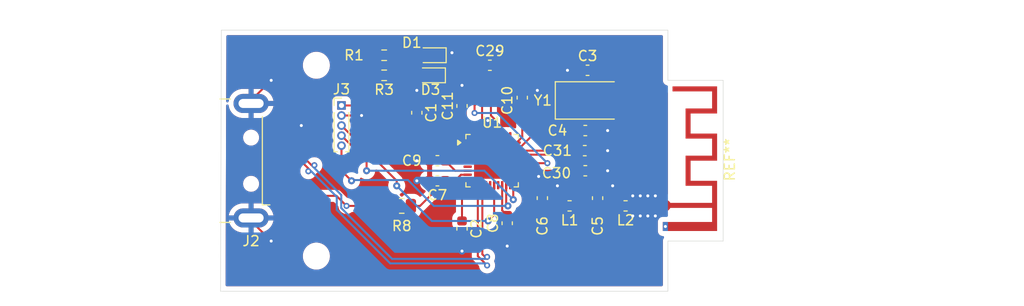
<source format=kicad_pcb>
(kicad_pcb (version 20241229) (generator "pcbnew") (generator_version "9.0")
  (layers (0 "F.Cu" signal) (2 "B.Cu" power) (13 "F.Paste" user) (15 "B.Paste" user) (5 "F.SilkS" user "F.Silkscreen") (7 "B.SilkS" user "B.Silkscreen") (1 "F.Mask" user) (3 "B.Mask" user) (25 "Edge.Cuts" user))
  (net 0 "")
  (net 1 "Net-(U1-DEC1)")
  (net 2 "GND")
  (net 3 "Net-(U1-DECUSB)")
  (net 4 "Net-(U1-XC2)")
  (net 5 "Net-(U1-XC1)")
  (net 6 "Net-(C5-Pad2)")
  (net 7 "Net-(U1-ANT)")
  (net 8 "VDD_nRF")
  (net 9 "Net-(U1-VBUS)")
  (net 10 "DEC4")
  (net 11 "DEC3")
  (net 12 "Net-(J3-Pin_4)")
  (net 13 "VBUS")
  (net 14 "Net-(J3-Pin_5)")
  (net 15 "Net-(J3-Pin_3)")
  (net 16 "ANT")
  (net 33 "D+")
  (net 34 "D-")
  (net 35 "Net-(D3-K)")
  (net 36 "Net-(D1-A)")
  (net 37 "Net-(D3-A)")
  (footprint "Capacitor_SMD:C_0603_1608Metric" (layer "F.Cu") (at 162 73.225 -90)
    (property "Reference" "C5" (at 2.775 0 90) (layer "F.SilkS"))
    (property "Value" "1.2pF")
    (fp_line (start -0.14058 0.51) (end 0.14058 0.51) (stroke (width 0.12)) (layer "F.SilkS"))
    (fp_line (start -0.14058 -0.51) (end 0.14058 -0.51) (stroke (width 0.12)) (layer "F.SilkS"))
    (pad "1" smd roundrect (at -0.775 0 270) (size 0.9 0.95) (layers "F.Cu" "F.Mask" "F.Paste") (net 2 "GND"))
    (pad "2" smd roundrect (at 0.775 0 270) (size 0.9 0.95) (layers "F.Cu" "F.Mask" "F.Paste") (net 6 "Net-(C5-Pad2)"))
  )
  (footprint "Connector_USB:USB_A_CNCTech_1001-011-01101_Horizontal" (layer "F.Cu") (at 120.6 69.5 180)
    (property "Reference" "J2" (at -6.9 -8 0) (layer "F.SilkS"))
    (property "Value" "USB_A")
    (fp_line (start -4.85 6.145) (end -3.8 6.145) (stroke (width 0.12)) (layer "F.SilkS"))
    (fp_line (start -4.85 -6.145) (end -3.8 -6.145) (stroke (width 0.12)) (layer "F.SilkS"))
    (fp_line (start -8.02 -4.4) (end -8.02 4.4) (stroke (width 0.12)) (layer "F.SilkS"))
    (fp_line (start -8.02 -4.4) (end -8.775 -4.4) (stroke (width 0.12)) (layer "F.SilkS"))
    (pad "" np_thru_hole circle (at -6.9 -2.3 180) (size 1.1 1.1) (drill 1.1) (layers "*.Cu" "*.Mask"))
    (pad "" np_thru_hole circle (at -6.9 2.3 180) (size 1.1 1.1) (drill 1.1) (layers "*.Cu" "*.Mask"))
    (pad "1" smd rect (at -9.65 -3.5 180) (size 2.5 1.1) (layers "F.Cu" "F.Mask" "F.Paste") (net 13 "VBUS"))
    (pad "2" smd rect (at -9.65 -1 180) (size 2.5 1.1) (layers "F.Cu" "F.Mask" "F.Paste") (net 34 "D-"))
    (pad "3" smd rect (at -9.65 1 180) (size 2.5 1.1) (layers "F.Cu" "F.Mask" "F.Paste") (net 33 "D+"))
    (pad "4" smd rect (at -9.65 3.5 180) (size 2.5 1.1) (layers "F.Cu" "F.Mask" "F.Paste") (net 2 "GND"))
    (pad "5" thru_hole oval (at -6.9 -5.7 180) (size 3.5 1.9) (drill oval 2.5 0.9) (property pad_prop_heatsink) (layers "*.Cu" "*.Mask") (net 2 "GND"))
    (pad "5" thru_hole oval (at -6.9 5.7 180) (size 3.5 1.9) (drill oval 2.5 0.9) (property pad_prop_heatsink) (layers "*.Cu" "*.Mask") (net 2 "GND"))
  )
  (footprint "Connector_PinHeader_1.00mm:PinHeader_1x05_P1.00mm_Vertical" (layer "F.Cu") (at 136.5 64)
    (property "Reference" "J3" (at 0 -1.61 0) (layer "F.SilkS"))
    (property "Value" "Conn_01x05_Pin")
    (fp_line (start -0.745 -0.735) (end 0 -0.735) (stroke (width 0.12)) (layer "F.SilkS"))
    (fp_line (start -0.745 0) (end -0.745 -0.735) (stroke (width 0.12)) (layer "F.SilkS"))
    (fp_line (start -0.745 0.735) (end -0.745 4.61) (stroke (width 0.12)) (layer "F.SilkS"))
    (fp_line (start -0.745 0.735) (end -0.685565 0.735) (stroke (width 0.12)) (layer "F.SilkS"))
    (fp_line (start -0.745 4.61) (end -0.41003 4.61) (stroke (width 0.12)) (layer "F.SilkS"))
    (fp_line (start 0.41003 4.61) (end 0.745 4.61) (stroke (width 0.12)) (layer "F.SilkS"))
    (fp_line (start 0.685565 0.735) (end 0.745 0.735) (stroke (width 0.12)) (layer "F.SilkS"))
    (fp_line (start 0.745 0.735) (end 0.745 4.61) (stroke (width 0.12)) (layer "F.SilkS"))
    (pad "1" thru_hole rect (at 0 0) (size 0.85 0.85) (drill 0.5) (layers "*.Cu" "*.Mask") (net 8 "VDD_nRF"))
    (pad "2" thru_hole circle (at 0 1) (size 0.85 0.85) (drill 0.5) (layers "*.Cu" "*.Mask") (net 2 "GND"))
    (pad "3" thru_hole circle (at 0 2) (size 0.85 0.85) (drill 0.5) (layers "*.Cu" "*.Mask") (net 15 "Net-(J3-Pin_3)"))
    (pad "4" thru_hole circle (at 0 3) (size 0.85 0.85) (drill 0.5) (layers "*.Cu" "*.Mask") (net 12 "Net-(J3-Pin_4)"))
    (pad "5" thru_hole circle (at 0 4) (size 0.85 0.85) (drill 0.5) (layers "*.Cu" "*.Mask") (net 14 "Net-(J3-Pin_5)"))
  )
  (footprint "Resistor_SMD:R_0805_2012Metric" (layer "F.Cu") (at 142.5 74 180)
    (property "Reference" "R8" (at 0 -2 0) (layer "F.SilkS"))
    (property "Value" "2R2")
    (fp_line (start -0.227064 0.735) (end 0.227064 0.735) (stroke (width 0.12)) (layer "F.SilkS"))
    (fp_line (start -0.227064 -0.735) (end 0.227064 -0.735) (stroke (width 0.12)) (layer "F.SilkS"))
    (pad "1" smd roundrect (at -0.9125 0 180) (size 1.025 1.4) (layers "F.Cu" "F.Mask" "F.Paste") (roundrect_rratio 0.243902) (net 9 "Net-(U1-VBUS)"))
    (pad "2" smd roundrect (at 0.9125 0 180) (size 1.025 1.4) (layers "F.Cu" "F.Mask" "F.Paste") (roundrect_rratio 0.243902) (net 13 "VBUS"))
  )
  (footprint "Capacitor_SMD:C_0603_1608Metric" (layer "F.Cu") (at 156.5 73.225 -90)
    (property "Reference" "C6" (at 2.775 0 90) (layer "F.SilkS"))
    (property "Value" "1.0pF")
    (fp_line (start -0.14058 0.51) (end 0.14058 0.51) (stroke (width 0.12)) (layer "F.SilkS"))
    (fp_line (start -0.14058 -0.51) (end 0.14058 -0.51) (stroke (width 0.12)) (layer "F.SilkS"))
    (pad "1" smd roundrect (at -0.775 0 270) (size 0.9 0.95) (layers "F.Cu" "F.Mask" "F.Paste") (net 2 "GND"))
    (pad "2" smd roundrect (at 0.775 0 270) (size 0.9 0.95) (layers "F.Cu" "F.Mask" "F.Paste") (net 7 "Net-(U1-ANT)"))
  )
  (footprint "Capacitor_SMD:C_0603_1608Metric" (layer "F.Cu") (at 160.775 66.5 180)
    (property "Reference" "C4" (at 2.775 0 180) (layer "F.SilkS"))
    (property "Value" "12pF")
    (fp_line (start -0.14058 0.51) (end 0.14058 0.51) (stroke (width 0.12)) (layer "F.SilkS"))
    (fp_line (start -0.14058 -0.51) (end 0.14058 -0.51) (stroke (width 0.12)) (layer "F.SilkS"))
    (pad "1" smd roundrect (at -0.775 0 180) (size 0.9 0.95) (layers "F.Cu" "F.Mask" "F.Paste") (net 2 "GND"))
    (pad "2" smd roundrect (at 0.775 0 180) (size 0.9 0.95) (layers "F.Cu" "F.Mask" "F.Paste") (net 5 "Net-(U1-XC1)"))
  )
  (footprint "Capacitor_SMD:C_0603_1608Metric" (layer "F.Cu") (at 148.5 76.275 -90)
    (property "Reference" "C2" (at 0 -1.43 90) (layer "F.SilkS"))
    (property "Value" "4.7uF")
    (fp_line (start -0.14058 0.51) (end 0.14058 0.51) (stroke (width 0.12)) (layer "F.SilkS"))
    (fp_line (start -0.14058 -0.51) (end 0.14058 -0.51) (stroke (width 0.12)) (layer "F.SilkS"))
    (pad "1" smd roundrect (at -0.775 0 270) (size 0.9 0.95) (layers "F.Cu" "F.Mask" "F.Paste") (net 3 "Net-(U1-DECUSB)"))
    (pad "2" smd roundrect (at 0.775 0 270) (size 0.9 0.95) (layers "F.Cu" "F.Mask" "F.Paste") (net 2 "GND"))
  )
  (footprint "RF_Antenna:Texas_SWRA117D_2.4GHz_Left" (layer "F.Cu") (at 168.75 73.95 -90)
    (property "Reference" "REF**" (at -4.55 -6.41 90) (layer "F.SilkS"))
    (property "Value" "Texas_SWRA117D_2.4GHz_Left")
    (fp_poly (pts (xy -2.45 -2.51) (xy -4.45 -2.51) (xy -4.45 -5.15) (xy -7.15 -5.15) (xy -7.15 -2.51) (xy -9.15 -2.51) (xy -9.15 -5.15) (xy -11.85 -5.15) (xy -11.85 -0.71) (xy -11.35 -0.71) (xy -11.35 -4.65) (xy -9.65 -4.65) (xy -9.65 -2.01) (xy -6.65 -2.01) (xy -6.65 -4.65) (xy -4.95 -4.65) (xy -4.95 -2.01) (xy -1.95 -2.01) (xy -1.95 -4.65) (xy -0.25 -4.65) (xy -0.25 0.25) (xy 0.25 0.25) (xy 0.25 -4.65) (xy 1.65 -4.65) (xy 1.65 0.25) (xy 2.55 0.25) (xy 2.55 0.006785) (xy 2.247583 0.006785) (xy 2.237742 0.054395) (xy 2.213674 0.096797) (xy 2.175731 0.129581) (xy 2.167819 0.133935) (xy 2.125156 0.146043) (xy 2.076637 0.1453) (xy 2.031122 0.1324) (xy 2.012511 0.121787) (xy 1.978868 0.086553) (xy 1.958309 0.041368) (xy 1.951778 -0.008158) (xy 1.960218 -0.056417) (xy 1.977112 -0.088643) (xy 2.012372 -0.121313) (xy 2.057682 -0.141408) (xy 2.107267 -0.147982) (xy 2.155353 -0.140092) (xy 2.188245 -0.123186) (xy 2.223185 -0.086416) (xy 2.242847 -0.041622) (xy 2.247583 0.006785) (xy 2.55 0.006785) (xy 2.55 -5.15) (xy -2.45 -5.15) (xy -2.45 -2.51)) (fill yes) (layer "F.Cu"))
    (pad "1" connect rect (at 0 0 270) (size 0.5 0.5) (layers "F.Cu") (net 16 "ANT"))
    (pad "2" thru_hole rect (at 2.1 0 270) (size 0.9 0.5) (drill 0.3) (layers "*.Cu"))
  )
  (footprint "LED_SMD:LED_0603_1608Metric" (layer "F.Cu") (at 145.3625 61 180)
    (property "Reference" "D3" (at 0 -1.43 0) (layer "F.SilkS"))
    (property "Value" "LED")
    (fp_line (start 0.8 -0.735) (end -1.485 -0.735) (stroke (width 0.12)) (layer "F.SilkS"))
    (fp_line (start -1.485 0.735) (end 0.8 0.735) (stroke (width 0.12)) (layer "F.SilkS"))
    (fp_line (start -1.485 -0.735) (end -1.485 0.735) (stroke (width 0.12)) (layer "F.SilkS"))
    (pad "1" smd roundrect (at -0.7875 0 180) (size 0.875 0.95) (layers "F.Cu" "F.Mask" "F.Paste") (net 35 "Net-(D3-K)"))
    (pad "2" smd roundrect (at 0.7875 0 180) (size 0.875 0.95) (layers "F.Cu" "F.Mask" "F.Paste") (net 37 "Net-(D3-A)"))
  )
  (footprint "Capacitor_SMD:C_0603_1608Metric" (layer "F.Cu") (at 146.05 69.5 180)
    (property "Reference" "C9" (at 2.55 0 180) (layer "F.SilkS"))
    (property "Value" "4.7uF")
    (fp_line (start -0.14058 0.51) (end 0.14058 0.51) (stroke (width 0.12)) (layer "F.SilkS"))
    (fp_line (start -0.14058 -0.51) (end 0.14058 -0.51) (stroke (width 0.12)) (layer "F.SilkS"))
    (pad "1" smd roundrect (at -0.775 0 180) (size 0.9 0.95) (layers "F.Cu" "F.Mask" "F.Paste") (net 8 "VDD_nRF"))
    (pad "2" smd roundrect (at 0.775 0 180) (size 0.9 0.95) (layers "F.Cu" "F.Mask" "F.Paste") (net 2 "GND"))
  )
  (footprint "Package_DFN_QFN:QFN-40-1EP_5x5mm_P0.4mm_EP3.6x3.6mm" (layer "F.Cu") (at 151.5 69.5)
    (property "Reference" "U1" (at 0 -3.8 0) (layer "F.SilkS"))
    (property "Value" "nRF52833_QDxx")
    (fp_line (start -2.61 -2.61) (end -2.185 -2.61) (stroke (width 0.12)) (layer "F.SilkS"))
    (fp_line (start -2.61 -2.185) (end -2.61 -2.61) (stroke (width 0.12)) (layer "F.SilkS"))
    (fp_line (start -2.61 2.61) (end -2.61 2.185) (stroke (width 0.12)) (layer "F.SilkS"))
    (fp_line (start -2.185 2.61) (end -2.61 2.61) (stroke (width 0.12)) (layer "F.SilkS"))
    (fp_line (start 2.185 -2.61) (end 2.61 -2.61) (stroke (width 0.12)) (layer "F.SilkS"))
    (fp_line (start 2.61 -2.61) (end 2.61 -2.185) (stroke (width 0.12)) (layer "F.SilkS"))
    (fp_line (start 2.61 2.185) (end 2.61 2.61) (stroke (width 0.12)) (layer "F.SilkS"))
    (fp_line (start 2.61 2.61) (end 2.185 2.61) (stroke (width 0.12)) (layer "F.SilkS"))
    (fp_poly (pts (xy -3.11 -1.8) (xy -3.44 -1.56) (xy -3.44 -2.04)) (stroke (width 0.12)) (fill yes) (layer "F.SilkS"))
    (pad "1" smd roundrect (at -2.4375 -1.8) (size 0.825 0.25) (layers "F.Cu" "F.Mask" "F.Paste") (net 1 "Net-(U1-DEC1)"))
    (pad "2" smd roundrect (at -2.4375 -1.4) (size 0.825 0.25) (layers "F.Cu" "F.Mask" "F.Paste"))
    (pad "3" smd roundrect (at -2.4375 -1) (size 0.825 0.25) (layers "F.Cu" "F.Mask" "F.Paste"))
    (pad "4" smd roundrect (at -2.4375 -0.6) (size 0.825 0.25) (layers "F.Cu" "F.Mask" "F.Paste"))
    (pad "5" smd roundrect (at -2.4375 -0.2) (size 0.825 0.25) (layers "F.Cu" "F.Mask" "F.Paste"))
    (pad "6" smd roundrect (at -2.4375 0.2) (size 0.825 0.25) (layers "F.Cu" "F.Mask" "F.Paste"))
    (pad "7" smd roundrect (at -2.4375 0.6) (size 0.825 0.25) (layers "F.Cu" "F.Mask" "F.Paste"))
    (pad "8" smd roundrect (at -2.4375 1) (size 0.825 0.25) (layers "F.Cu" "F.Mask" "F.Paste") (net 8 "VDD_nRF"))
    (pad "9" smd roundrect (at -2.4375 1.4) (size 0.825 0.25) (layers "F.Cu" "F.Mask" "F.Paste") (net 9 "Net-(U1-VBUS)"))
    (pad "10" smd roundrect (at -2.4375 1.8) (size 0.825 0.25) (layers "F.Cu" "F.Mask" "F.Paste") (net 9 "Net-(U1-VBUS)"))
    (pad "11" smd roundrect (at -1.8 2.4375) (size 0.25 0.825) (layers "F.Cu" "F.Mask" "F.Paste") (net 3 "Net-(U1-DECUSB)"))
    (pad "12" smd roundrect (at -1.4 2.4375) (size 0.25 0.825) (layers "F.Cu" "F.Mask" "F.Paste") (net 34 "D-"))
    (pad "13" smd roundrect (at -1 2.4375) (size 0.25 0.825) (layers "F.Cu" "F.Mask" "F.Paste") (net 33 "D+"))
    (pad "14" smd roundrect (at -0.6 2.4375) (size 0.25 0.825) (layers "F.Cu" "F.Mask" "F.Paste"))
    (pad "15" smd roundrect (at -0.2 2.4375) (size 0.25 0.825) (layers "F.Cu" "F.Mask" "F.Paste"))
    (pad "16" smd roundrect (at 0.2 2.4375) (size 0.25 0.825) (layers "F.Cu" "F.Mask" "F.Paste") (net 15 "Net-(J3-Pin_3)"))
    (pad "17" smd roundrect (at 0.6 2.4375) (size 0.25 0.825) (layers "F.Cu" "F.Mask" "F.Paste"))
    (pad "18" smd roundrect (at 1 2.4375) (size 0.25 0.825) (layers "F.Cu" "F.Mask" "F.Paste") (net 8 "VDD_nRF"))
    (pad "19" smd roundrect (at 1.4 2.4375) (size 0.25 0.825) (layers "F.Cu" "F.Mask" "F.Paste") (net 14 "Net-(J3-Pin_5)"))
    (pad "20" smd roundrect (at 1.8 2.4375) (size 0.25 0.825) (layers "F.Cu" "F.Mask" "F.Paste") (net 12 "Net-(J3-Pin_4)"))
    (pad "21" smd roundrect (at 2.4375 1.8) (size 0.825 0.25) (layers "F.Cu" "F.Mask" "F.Paste"))
    (pad "22" smd roundrect (at 2.4375 1.4) (size 0.825 0.25) (layers "F.Cu" "F.Mask" "F.Paste"))
    (pad "23" smd roundrect (at 2.4375 1) (size 0.825 0.25) (layers "F.Cu" "F.Mask" "F.Paste"))
    (pad "24" smd roundrect (at 2.4375 0.6) (size 0.825 0.25) (layers "F.Cu" "F.Mask" "F.Paste") (net 7 "Net-(U1-ANT)"))
    (pad "25" smd roundrect (at 2.4375 0.2) (size 0.825 0.25) (layers "F.Cu" "F.Mask" "F.Paste") (net 2 "GND"))
    (pad "26" smd roundrect (at 2.4375 -0.2) (size 0.825 0.25) (layers "F.Cu" "F.Mask" "F.Paste") (net 10 "DEC4"))
    (pad "27" smd roundrect (at 2.4375 -0.6) (size 0.825 0.25) (layers "F.Cu" "F.Mask" "F.Paste") (net 11 "DEC3"))
    (pad "28" smd roundrect (at 2.4375 -1) (size 0.825 0.25) (layers "F.Cu" "F.Mask" "F.Paste") (net 5 "Net-(U1-XC1)"))
    (pad "29" smd roundrect (at 2.4375 -1.4) (size 0.825 0.25) (layers "F.Cu" "F.Mask" "F.Paste") (net 4 "Net-(U1-XC2)"))
    (pad "30" smd roundrect (at 2.4375 -1.8) (size 0.825 0.25) (layers "F.Cu" "F.Mask" "F.Paste") (net 8 "VDD_nRF"))
    (pad "31" smd roundrect (at 1.8 -2.4375) (size 0.25 0.825) (layers "F.Cu" "F.Mask" "F.Paste"))
    (pad "32" smd roundrect (at 1.4 -2.4375) (size 0.25 0.825) (layers "F.Cu" "F.Mask" "F.Paste"))
    (pad "33" smd roundrect (at 1 -2.4375) (size 0.25 0.825) (layers "F.Cu" "F.Mask" "F.Paste"))
    (pad "34" smd roundrect (at 0.6 -2.4375) (size 0.25 0.825) (layers "F.Cu" "F.Mask" "F.Paste"))
    (pad "35" smd roundrect (at 0.2 -2.4375) (size 0.25 0.825) (layers "F.Cu" "F.Mask" "F.Paste") (net 35 "Net-(D3-K)"))
    (pad "36" smd roundrect (at -0.2 -2.4375) (size 0.25 0.825) (layers "F.Cu" "F.Mask" "F.Paste"))
    (pad "37" smd roundrect (at -0.6 -2.4375) (size 0.25 0.825) (layers "F.Cu" "F.Mask" "F.Paste") (net 2 "GND"))
    (pad "38" smd roundrect (at -1 -2.4375) (size 0.25 0.825) (layers "F.Cu" "F.Mask" "F.Paste") (net 10 "DEC4"))
    (pad "39" smd roundrect (at -1.4 -2.4375) (size 0.25 0.825) (layers "F.Cu" "F.Mask" "F.Paste"))
    (pad "40" smd roundrect (at -1.8 -2.4375) (size 0.25 0.825) (layers "F.Cu" "F.Mask" "F.Paste") (net 8 "VDD_nRF"))
    (pad "41" smd rect (at 0 0) (size 3.6 3.6) (property pad_prop_heatsink) (layers "F.Cu" "F.Mask") (net 2 "GND"))
  )
  (footprint "Capacitor_SMD:C_0603_1608Metric" (layer "F.Cu") (at 153 75.725 90)
    (property "Reference" "C8" (at 0 -1.43 90) (layer "F.SilkS"))
    (property "Value" "100nF")
    (fp_line (start -0.14058 -0.51) (end 0.14058 -0.51) (stroke (width 0.12)) (layer "F.SilkS"))
    (fp_line (start -0.14058 0.51) (end 0.14058 0.51) (stroke (width 0.12)) (layer "F.SilkS"))
    (pad "1" smd roundrect (at -0.775 0 90) (size 0.9 0.95) (layers "F.Cu" "F.Mask" "F.Paste") (net 2 "GND"))
    (pad "2" smd roundrect (at 0.775 0 90) (size 0.9 0.95) (layers "F.Cu" "F.Mask" "F.Paste") (net 8 "VDD_nRF"))
  )
  (footprint "Capacitor_SMD:C_0603_1608Metric" (layer "F.Cu") (at 161 60.5)
    (property "Reference" "C3" (at 0 -1.43 0) (layer "F.SilkS"))
    (property "Value" "12pF")
    (fp_line (start -0.14058 -0.51) (end 0.14058 -0.51) (stroke (width 0.12)) (layer "F.SilkS"))
    (fp_line (start -0.14058 0.51) (end 0.14058 0.51) (stroke (width 0.12)) (layer "F.SilkS"))
    (pad "1" smd roundrect (at -0.775 0) (size 0.9 0.95) (layers "F.Cu" "F.Mask" "F.Paste") (net 2 "GND"))
    (pad "2" smd roundrect (at 0.775 0) (size 0.9 0.95) (layers "F.Cu" "F.Mask" "F.Paste") (net 4 "Net-(U1-XC2)"))
  )
  (footprint "MountingHole:MountingHole_2.2mm_M2" (layer "F.Cu") (at 134 60)
    (property "Reference" "H2" (hide yes))
    (property "Value" "MountingHole")
    (pad "" np_thru_hole circle (at 0 0) (size 2.2 2.2) (drill 2.2) (layers "*.Cu" "*.Mask"))
  )
  (footprint "Capacitor_SMD:C_0603_1608Metric" (layer "F.Cu") (at 160.725 68.5)
    (property "Reference" "C31" (at -2.725 0 0) (layer "F.SilkS"))
    (property "Value" "100pF")
    (fp_line (start -0.14058 -0.51) (end 0.14058 -0.51) (stroke (width 0.12)) (layer "F.SilkS"))
    (fp_line (start -0.14058 0.51) (end 0.14058 0.51) (stroke (width 0.12)) (layer "F.SilkS"))
    (pad "1" smd roundrect (at -0.775 0) (size 0.9 0.95) (layers "F.Cu" "F.Mask" "F.Paste") (net 11 "DEC3"))
    (pad "2" smd roundrect (at 0.775 0) (size 0.9 0.95) (layers "F.Cu" "F.Mask" "F.Paste") (net 2 "GND"))
  )
  (footprint "Resistor_SMD:R_0603_1608Metric" (layer "F.Cu") (at 140.75 59 180)
    (property "Reference" "R1" (at 3 0 0) (layer "F.SilkS"))
    (property "Value" "1.0k")
    (fp_line (start -0.237258 0.5225) (end 0.237258 0.5225) (stroke (width 0.12)) (layer "F.SilkS"))
    (fp_line (start -0.237258 -0.5225) (end 0.237258 -0.5225) (stroke (width 0.12)) (layer "F.SilkS"))
    (pad "1" smd roundrect (at -0.825 0 180) (size 0.8 0.95) (layers "F.Cu" "F.Mask" "F.Paste") (net 36 "Net-(D1-A)"))
    (pad "2" smd roundrect (at 0.825 0 180) (size 0.8 0.95) (layers "F.Cu" "F.Mask" "F.Paste") (net 8 "VDD_nRF"))
  )
  (footprint "Capacitor_SMD:C_0603_1608Metric" (layer "F.Cu") (at 146.05 71.5 180)
    (property "Reference" "C7" (at 0 -1.43 180) (layer "F.SilkS"))
    (property "Value" "4.7uF")
    (fp_line (start -0.14058 0.51) (end 0.14058 0.51) (stroke (width 0.12)) (layer "F.SilkS"))
    (fp_line (start -0.14058 -0.51) (end 0.14058 -0.51) (stroke (width 0.12)) (layer "F.SilkS"))
    (pad "1" smd roundrect (at -0.775 0 180) (size 0.9 0.95) (layers "F.Cu" "F.Mask" "F.Paste") (net 9 "Net-(U1-VBUS)"))
    (pad "2" smd roundrect (at 0.775 0 180) (size 0.9 0.95) (layers "F.Cu" "F.Mask" "F.Paste") (net 2 "GND"))
  )
  (footprint "LED_SMD:LED_0603_1608Metric" (layer "F.Cu") (at 145.435 59 180)
    (property "Reference" "D1" (at 1.935 1.25 0) (layer "F.SilkS"))
    (property "Value" "LED")
    (fp_line (start 0.8 -0.735) (end -1.485 -0.735) (stroke (width 0.12)) (layer "F.SilkS"))
    (fp_line (start -1.485 0.735) (end 0.8 0.735) (stroke (width 0.12)) (layer "F.SilkS"))
    (fp_line (start -1.485 -0.735) (end -1.485 0.735) (stroke (width 0.12)) (layer "F.SilkS"))
    (pad "1" smd roundrect (at -0.7875 0 180) (size 0.875 0.95) (layers "F.Cu" "F.Mask" "F.Paste") (net 2 "GND"))
    (pad "2" smd roundrect (at 0.7875 0 180) (size 0.875 0.95) (layers "F.Cu" "F.Mask" "F.Paste") (net 36 "Net-(D1-A)"))
  )
  (footprint "Capacitor_SMD:C_0603_1608Metric" (layer "F.Cu") (at 160.775 70.5 180)
    (property "Reference" "C30" (at 2.865 -0.235 0) (layer "F.SilkS"))
    (property "Value" "N.C.")
    (fp_line (start -0.14058 0.51) (end 0.14058 0.51) (stroke (width 0.12)) (layer "F.SilkS"))
    (fp_line (start -0.14058 -0.51) (end 0.14058 -0.51) (stroke (width 0.12)) (layer "F.SilkS"))
    (pad "1" smd roundrect (at -0.775 0 180) (size 0.9 0.95) (layers "F.Cu" "F.Mask" "F.Paste") (net 2 "GND"))
    (pad "2" smd roundrect (at 0.775 0 180) (size 0.9 0.95) (layers "F.Cu" "F.Mask" "F.Paste") (net 10 "DEC4"))
  )
  (footprint "Capacitor_SMD:C_0603_1608Metric" (layer "F.Cu") (at 151.275 60)
    (property "Reference" "C29" (at 0 -1.43 0) (layer "F.SilkS"))
    (property "Value" "1.0uF")
    (fp_line (start -0.14058 -0.51) (end 0.14058 -0.51) (stroke (width 0.12)) (layer "F.SilkS"))
    (fp_line (start -0.14058 0.51) (end 0.14058 0.51) (stroke (width 0.12)) (layer "F.SilkS"))
    (pad "1" smd roundrect (at -0.775 0) (size 0.9 0.95) (layers "F.Cu" "F.Mask" "F.Paste") (net 10 "DEC4"))
    (pad "2" smd roundrect (at 0.775 0) (size 0.9 0.95) (layers "F.Cu" "F.Mask" "F.Paste") (net 2 "GND"))
  )
  (footprint "Capacitor_SMD:C_0603_1608Metric" (layer "F.Cu") (at 148.5 64.05 90)
    (property "Reference" "C11" (at 0 -1.43 90) (layer "F.SilkS"))
    (property "Value" "1.0uF")
    (fp_line (start -0.14058 -0.51) (end 0.14058 -0.51) (stroke (width 0.12)) (layer "F.SilkS"))
    (fp_line (start -0.14058 0.51) (end 0.14058 0.51) (stroke (width 0.12)) (layer "F.SilkS"))
    (pad "1" smd roundrect (at -0.775 0 90) (size 0.9 0.95) (layers "F.Cu" "F.Mask" "F.Paste") (net 8 "VDD_nRF"))
    (pad "2" smd roundrect (at 0.775 0 90) (size 0.9 0.95) (layers "F.Cu" "F.Mask" "F.Paste") (net 2 "GND"))
  )
  (footprint "MountingHole:MountingHole_2.2mm_M2" (layer "F.Cu") (at 134 79)
    (property "Reference" "H1" (hide yes))
    (property "Value" "MountingHole")
    (pad "" np_thru_hole circle (at 0 0) (size 2.2 2.2) (drill 2.2) (layers "*.Cu" "*.Mask"))
  )
  (footprint "Capacitor_SMD:C_0603_1608Metric" (layer "F.Cu") (at 154.5 63.225 -90)
    (property "Reference" "C10" (at 0.275 1.5 90) (layer "F.SilkS"))
    (property "Value" "100nF")
    (fp_line (start -0.14058 0.51) (end 0.14058 0.51) (stroke (width 0.12)) (layer "F.SilkS"))
    (fp_line (start -0.14058 -0.51) (end 0.14058 -0.51) (stroke (width 0.12)) (layer "F.SilkS"))
    (pad "1" smd roundrect (at -0.775 0 270) (size 0.9 0.95) (layers "F.Cu" "F.Mask" "F.Paste") (net 2 "GND"))
    (pad "2" smd roundrect (at 0.775 0 270) (size 0.9 0.95) (layers "F.Cu" "F.Mask" "F.Paste") (net 8 "VDD_nRF"))
  )
  (footprint "Inductor_SMD:L_0603_1608Metric" (layer "F.Cu") (at 164.7875 74 180)
    (property "Reference" "L2" (at 0 -1.43 0) (layer "F.SilkS"))
    (property "Value" "2.2nH")
    (fp_line (start -0.162779 0.51) (end 0.162779 0.51) (stroke (width 0.12)) (layer "F.SilkS"))
    (fp_line (start -0.162779 -0.51) (end 0.162779 -0.51) (stroke (width 0.12)) (layer "F.SilkS"))
    (pad "1" smd roundrect (at -0.7875 0 180) (size 0.875 0.95) (layers "F.Cu" "F.Mask" "F.Paste") (net 16 "ANT"))
    (pad "2" smd roundrect (at 0.7875 0 180) (size 0.875 0.95) (layers "F.Cu" "F.Mask" "F.Paste") (net 6 "Net-(C5-Pad2)"))
  )
  (footprint "Crystal:Crystal_SMD_5032-2Pin_5.0x3.2mm" (layer "F.Cu") (at 160.9 63.5)
    (property "Reference" "Y1" (at -4.35 0 0) (layer "F.SilkS"))
    (property "Value" "32MHz")
    (fp_line (start -3.11 -1.86) (end -3.11 1.86) (stroke (width 0.12)) (layer "F.SilkS"))
    (fp_line (start -3.11 1.86) (end 2.76 1.86) (stroke (width 0.12)) (layer "F.SilkS"))
    (fp_line (start 2.76 -1.86) (end -3.11 -1.86) (stroke (width 0.12)) (layer "F.SilkS"))
    (pad "1" smd roundrect (at -1.85 0) (size 2 2.4) (layers "F.Cu" "F.Mask" "F.Paste") (roundrect_rratio 0.125) (net 5 "Net-(U1-XC1)"))
    (pad "2" smd roundrect (at 1.85 0) (size 2 2.4) (layers "F.Cu" "F.Mask" "F.Paste") (roundrect_rratio 0.125) (net 4 "Net-(U1-XC2)"))
  )
  (footprint "Inductor_SMD:L_0603_1608Metric" (layer "F.Cu") (at 159.2125 74 180)
    (property "Reference" "L1" (at 0 -1.43 0) (layer "F.SilkS"))
    (property "Value" "4.7nH")
    (fp_line (start -0.162779 0.51) (end 0.162779 0.51) (stroke (width 0.12)) (layer "F.SilkS"))
    (fp_line (start -0.162779 -0.51) (end 0.162779 -0.51) (stroke (width 0.12)) (layer "F.SilkS"))
    (pad "1" smd roundrect (at -0.7875 0 180) (size 0.875 0.95) (layers "F.Cu" "F.Mask" "F.Paste") (net 6 "Net-(C5-Pad2)"))
    (pad "2" smd roundrect (at 0.7875 0 180) (size 0.875 0.95) (layers "F.Cu" "F.Mask" "F.Paste") (net 7 "Net-(U1-ANT)"))
  )
  (footprint "Resistor_SMD:R_0603_1608Metric" (layer "F.Cu") (at 140.75 61 180)
    (property "Reference" "R3" (at 0 -1.43 0) (layer "F.SilkS"))
    (property "Value" "1.0k")
    (fp_line (start -0.237258 0.5225) (end 0.237258 0.5225) (stroke (width 0.12)) (layer "F.SilkS"))
    (fp_line (start -0.237258 -0.5225) (end 0.237258 -0.5225) (stroke (width 0.12)) (layer "F.SilkS"))
    (pad "1" smd roundrect (at -0.825 0 180) (size 0.8 0.95) (layers "F.Cu" "F.Mask" "F.Paste") (net 37 "Net-(D3-A)"))
    (pad "2" smd roundrect (at 0.825 0 180) (size 0.8 0.95) (layers "F.Cu" "F.Mask" "F.Paste") (net 8 "VDD_nRF"))
  )
  (footprint "Capacitor_SMD:C_0603_1608Metric" (layer "F.Cu") (at 144 64.725 -90)
    (property "Reference" "C1" (at 0 -1.43 90) (layer "F.SilkS"))
    (property "Value" "100nF")
    (fp_line (start -0.14058 0.51) (end 0.14058 0.51) (stroke (width 0.12)) (layer "F.SilkS"))
    (fp_line (start -0.14058 -0.51) (end 0.14058 -0.51) (stroke (width 0.12)) (layer "F.SilkS"))
    (pad "1" smd roundrect (at -0.775 0 270) (size 0.9 0.95) (layers "F.Cu" "F.Mask" "F.Paste") (net 2 "GND"))
    (pad "2" smd roundrect (at 0.775 0 270) (size 0.9 0.95) (layers "F.Cu" "F.Mask" "F.Paste") (net 1 "Net-(U1-DEC1)"))
  )
  (gr_line (start 169 82.5) (end 124.46 82.5) (stroke (width 0.05)) (layer "Edge.Cuts"))
  (gr_line (start 169 56.5) (end 169 61.5) (stroke (width 0.05)) (layer "Edge.Cuts"))
  (gr_line (start 169 77.5) (end 169 82.5) (stroke (width 0.05)) (layer "Edge.Cuts"))
  (gr_line (start 169 77.5) (end 174.5 77.5) (stroke (width 0.05)) (layer "Edge.Cuts"))
  (gr_line (start 174.5 61.5) (end 174.5 77.5) (stroke (width 0.05)) (layer "Edge.Cuts"))
  (gr_line (start 124.54 56.5) (end 169 56.5) (stroke (width 0.05)) (layer "Edge.Cuts"))
  (gr_line (start 124.46 82.5) (end 124.54 56.5) (stroke (width 0.05)) (layer "Edge.Cuts"))
  (gr_line (start 169 61.5) (end 174.5 61.5) (stroke (width 0.05)) (layer "Edge.Cuts"))
  (segment (start 146.2 67.7) (end 144 65.5) (width 0.2) (layer "F.Cu") (net 1))
  (segment (start 149.0625 67.7) (end 146.2 67.7) (width 0.2) (layer "F.Cu") (net 1))
  (segment (start 162 72.45) (end 163.05 72.45) (width 0.2) (layer "F.Cu") (net 2))
  (segment (start 154.406624 69.7) (end 155.776624 71.07) (width 0.2) (layer "F.Cu") (net 2))
  (segment (start 136.5 65) (end 138.5 65) (width 0.2) (layer "F.Cu") (net 2))
  (segment (start 148.5 77.05) (end 148.5 78.5) (width 0.3) (layer "F.Cu") (net 2))
  (segment (start 144 63.95) (end 144 62.5) (width 0.3) (layer "F.Cu") (net 2))
  (segment (start 157.55 72.45) (end 158 72) (width 0.2) (layer "F.Cu") (net 2))
  (segment (start 154.5 62.45) (end 155.95 62.45) (width 0.2) (layer "F.Cu") (net 2))
  (segment (start 152.05 58.55) (end 152 58.5) (width 0.2) (layer "F.Cu") (net 2))
  (segment (start 155.776624 71.07) (end 156.128763 71.07) (width 0.2) (layer "F.Cu") (net 2))
  (segment (start 160.225 60.5) (end 159 60.5) (width 0.3) (layer "F.Cu") (net 2))
  (segment (start 148.5 63.275) (end 148.5 62) (width 0.3) (layer "F.Cu") (net 2))
  (segment (start 127.5 75.5) (end 129.5 77.5) (width 0.2) (layer "F.Cu") (net 2))
  (segment (start 161.55 66.5) (end 163 66.5) (width 0.2) (layer "F.Cu") (net 2))
  (segment (start 130.25 66) (end 132.5 66) (width 0.2) (layer "F.Cu") (net 2))
  (segment (start 153.9375 69.7) (end 154.406624 69.7) (width 0.2) (layer "F.Cu") (net 2))
  (segment (start 152.05 60) (end 152.05 58.55) (width 0.2) (layer "F.Cu") (net 2))
  (segment (start 147.25 59) (end 147.5 58.75) (width 0.2) (layer "F.Cu") (net 2))
  (segment (start 161.5 68.5) (end 163 68.5) (width 0.2) (layer "F.Cu") (net 2))
  (segment (start 145.275 71.5) (end 144 71.5) (width 0.3) (layer "F.Cu") (net 2))
  (segment (start 155.95 62.45) (end 156 62.5) (width 0.2) (layer "F.Cu") (net 2))
  (segment (start 127.5 63.8) (end 127.5 63.5) (width 0.2) (layer "F.Cu") (net 2))
  (segment (start 145.275 69.5) (end 144 69.5) (width 0.3) (layer "F.Cu") (net 2))
  (segment (start 150.9 67.0625) (end 150.9 65.67) (width 0.2) (layer "F.Cu") (net 2))
  (segment (start 161.55 70.5) (end 163 70.5) (width 0.2) (layer "F.Cu") (net 2))
  (segment (start 163.05 72.45) (end 163.5 72) (width 0.2) (layer "F.Cu") (net 2))
  (segment (start 153 76.5) (end 153 78) (width 0.3) (layer "F.Cu") (net 2))
  (segment (start 150.9 65.67) (end 151.07 65.5) (width 0.2) (layer "F.Cu") (net 2))
  (segment (start 127.5 75.2) (end 127.5 75.5) (width 0.2) (layer "F.Cu") (net 2))
  (segment (start 127.5 63.5) (end 129.5 61.5) (width 0.2) (layer "F.Cu") (net 2))
  (segment (start 156.5 72.45) (end 157.55 72.45) (width 0.2) (layer "F.Cu") (net 2))
  (segment (start 146.2225 59) (end 147.25 59) (width 0.2) (layer "F.Cu") (net 2))
  (via (at 163 66.5) (size 0.7) (drill 0.3) (layers "F.Cu" "B.Cu") (net 2))
  (via (at 153 78) (size 0.7) (drill 0.3) (layers "F.Cu" "B.Cu") (net 2))
  (via (at 165.5 75) (size 0.6) (drill 0.3) (layers "F.Cu" "B.Cu") (net 2))
  (via (at 148.5 62) (size 0.7) (drill 0.3) (layers "F.Cu" "B.Cu") (net 2))
  (via (at 163.5 72) (size 0.6) (drill 0.3) (layers "F.Cu" "B.Cu") (net 2))
  (via (at 138.5 65) (size 0.7) (drill 0.3) (layers "F.Cu" "B.Cu") (net 2))
  (via (at 144 69.5) (size 0.7) (drill 0.3) (layers "F.Cu" "B.Cu") (net 2))
  (via (at 167.75 73) (size 0.6) (drill 0.3) (layers "F.Cu" "B.Cu") (net 2))
  (via (at 132.5 66) (size 0.7) (drill 0.3) (layers "F.Cu" "B.Cu") (net 2))
  (via (at 156 62.5) (size 0.7) (drill 0.3) (layers "F.Cu" "B.Cu") (net 2))
  (via (at 167 75) (size 0.6) (drill 0.3) (layers "F.Cu" "B.Cu") (net 2))
  (via (at 148.5 78.5) (size 0.7) (drill 0.3) (layers "F.Cu" "B.Cu") (net 2))
  (via (at 156.128763 71.07) (size 0.7) (drill 0.3) (layers "F.Cu" "B.Cu") (net 2))
  (via (at 158 72) (size 0.6) (drill 0.3) (layers "F.Cu" "B.Cu") (net 2))
  (via (at 129.5 61.5) (size 0.7) (drill 0.3) (layers "F.Cu" "B.Cu") (net 2))
  (via (at 151.07 65.5) (size 0.7) (drill 0.3) (layers "F.Cu" "B.Cu") (net 2))
  (via (at 167.75 75) (size 0.6) (drill 0.3) (layers "F.Cu" "B.Cu") (net 2))
  (via (at 147.5 58.75) (size 0.6) (drill 0.3) (layers "F.Cu" "B.Cu") (net 2))
  (via (at 129.5 77.5) (size 0.7) (drill 0.3) (layers "F.Cu" "B.Cu") (net 2))
  (via (at 144 62.5) (size 0.7) (drill 0.3) (layers "F.Cu" "B.Cu") (net 2))
  (via (at 144 71.5) (size 0.7) (drill 0.3) (layers "F.Cu" "B.Cu") (net 2))
  (via (at 163 68.5) (size 0.7) (drill 0.3) (layers "F.Cu" "B.Cu") (net 2))
  (via (at 152 58.5) (size 0.7) (drill 0.3) (layers "F.Cu" "B.Cu") (net 2))
  (via (at 167 73) (size 0.6) (drill 0.3) (layers "F.Cu" "B.Cu") (net 2))
  (via (at 159 60.5) (size 0.7) (drill 0.3) (layers "F.Cu" "B.Cu") (net 2))
  (via (at 165.5 73) (size 0.6) (drill 0.3) (layers "F.Cu" "B.Cu") (net 2))
  (via (at 163 70.5) (size 0.7) (drill 0.3) (layers "F.Cu" "B.Cu") (net 2))
  (via (at 166.25 75) (size 0.6) (drill 0.3) (layers "F.Cu" "B.Cu") (net 2))
  (via (at 166.25 73) (size 0.6) (drill 0.3) (layers "F.Cu" "B.Cu") (net 2))
  (segment (start 148.5 73.1375) (end 149.7 71.9375) (width 0.2) (layer "F.Cu") (net 3))
  (segment (start 148.5 75.5) (end 148.5 73.1375) (width 0.2) (layer "F.Cu") (net 3))
  (segment (start 160.196 62.079) (end 161.775 60.5) (width 0.2) (layer "F.Cu") (net 4))
  (segment (start 162.75 63.5) (end 162.75 61.475) (width 0.2) (layer "F.Cu") (net 4))
  (segment (start 162.75 61.475) (end 161.775 60.5) (width 0.2) (layer "F.Cu") (net 4))
  (segment (start 153.9375 68.1) (end 154.381022 68.1) (width 0.2) (layer "F.Cu") (net 4))
  (segment (start 157.829 62.347978) (end 158.097978 62.079) (width 0.2) (layer "F.Cu") (net 4))
  (segment (start 157.829 64.652022) (end 157.829 62.347978) (width 0.2) (layer "F.Cu") (net 4))
  (segment (start 154.381022 68.1) (end 157.829 64.652022) (width 0.2) (layer "F.Cu") (net 4))
  (segment (start 158.097978 62.079) (end 160.196 62.079) (width 0.2) (layer "F.Cu") (net 4))
  (segment (start 160 64.45) (end 159.05 63.5) (width 0.2) (layer "F.Cu") (net 5))
  (segment (start 160 66.5) (end 158 68.5) (width 0.2) (layer "F.Cu") (net 5))
  (segment (start 158 68.5) (end 153.9375 68.5) (width 0.2) (layer "F.Cu") (net 5))
  (segment (start 160 66.5) (end 160 64.45) (width 0.2) (layer "F.Cu") (net 5))
  (segment (start 160 74) (end 162 74) (width 0.2) (layer "F.Cu") (net 6))
  (segment (start 162 74) (end 164 74) (width 0.2) (layer "F.Cu") (net 6))
  (segment (start 154.571 70.318338) (end 154.352662 70.1) (width 0.2) (layer "F.Cu") (net 7))
  (segment (start 156.5 74) (end 158.425 74) (width 0.2) (layer "F.Cu") (net 7))
  (segment (start 154.352662 70.1) (end 153.9375 70.1) (width 0.2) (layer "F.Cu") (net 7))
  (segment (start 156.5 74) (end 154.571 72.071) (width 0.2) (layer "F.Cu") (net 7))
  (segment (start 154.571 72.071) (end 154.571 70.318338) (width 0.2) (layer "F.Cu") (net 7))
  (segment (start 138.25 61.5) (end 138.25 60) (width 0.2) (layer "F.Cu") (net 8))
  (segment (start 139.25 59) (end 139.925 59) (width 0.2) (layer "F.Cu") (net 8))
  (segment (start 153 74.95) (end 152.5 74.45) (width 0.2) (layer "F.Cu") (net 8))
  (segment (start 152.5 74.45) (end 152.5 71.9375) (width 0.2) (layer "F.Cu") (net 8))
  (segment (start 139.925 63.575) (end 139.5 64) (width 0.2) (layer "F.Cu") (net 8))
  (segment (start 136.5 64) (end 139.5 64) (width 0.2) (layer "F.Cu") (net 8))
  (segment (start 147.825 70.5) (end 149.0625 70.5) (width 0.2) (layer "F.Cu") (net 8))
  (segment (start 138.25 60) (end 139.25 59) (width 0.2) (layer "F.Cu") (net 8))
  (segment (start 146.825 69.5) (end 147.825 70.5) (width 0.2) (layer "F.Cu") (net 8))
  (segment (start 139.25 62.5) (end 138.25 61.5) (width 0.2) (layer "F.Cu") (net 8))
  (segment (start 144.825 67.5) (end 146.825 69.5) (width 0.2) (layer "F.Cu") (net 8))
  (segment (start 154.5 67.1375) (end 153.9375 67.7) (width 0.2) (layer "F.Cu") (net 8))
  (segment (start 139.925 62.5) (end 139.25 62.5) (width 0.2) (layer "F.Cu") (net 8))
  (segment (start 139.925 61) (end 139.925 62.5) (width 0.2) (layer "F.Cu") (net 8))
  (segment (start 139.5 64) (end 143 67.5) (width 0.2) (layer "F.Cu") (net 8))
  (segment (start 139.925 62.5) (end 139.925 63.575) (width 0.2) (layer "F.Cu") (net 8))
  (segment (start 154.5 64) (end 154.5 67.1375) (width 0.2) (layer "F.Cu") (net 8))
  (segment (start 149.7 66.025) (end 148.5 64.825) (width 0.2) (layer "F.Cu") (net 8))
  (segment (start 149.7 67.0625) (end 149.7 66.025) (width 0.2) (layer "F.Cu") (net 8))
  (segment (start 143 67.5) (end 144.825 67.5) (width 0.2) (layer "F.Cu") (net 8))
  (segment (start 149.0625 70.9) (end 148.4 70.9) (width 0.2) (layer "F.Cu") (net 9))
  (segment (start 144.325 74) (end 143.4125 74) (width 0.2) (layer "F.Cu") (net 9))
  (segment (start 148 71.3) (end 147.025 71.3) (width 0.2) (layer "F.Cu") (net 9))
  (segment (start 148.4 70.9) (end 148 71.3) (width 0.2) (layer "F.Cu") (net 9))
  (segment (start 149.0625 71.3) (end 148 71.3) (width 0.2) (layer "F.Cu") (net 9))
  (segment (start 147.025 71.3) (end 146.825 71.5) (width 0.2) (layer "F.Cu") (net 9))
  (segment (start 146.825 71.5) (end 144.325 74) (width 0.2) (layer "F.Cu") (net 9))
  (segment (start 155.625 70.125) (end 156 70.5) (width 0.2) (layer "F.Cu") (net 10))
  (segment (start 153.9375 69.3) (end 154.8 69.3) (width 0.2) (layer "F.Cu") (net 10))
  (segment (start 155.625 70.125) (end 156 69.75) (width 0.2) (layer "F.Cu") (net 10))
  (segment (start 149.75 64.75) (end 149.75 64) (width 0.2) (layer "F.Cu") (net 10))
  (segment (start 156 70.5) (end 160 70.5) (width 0.2) (layer "F.Cu") (net 10))
  (segment (start 150.5 63.25) (end 150.5 60) (width 0.2) (layer "F.Cu") (net 10))
  (segment (start 156 69.75) (end 157 69.75) (width 0.2) (layer "F.Cu") (net 10))
  (segment (start 150.5 67.0625) (end 150.5 63.25) (width 0.2) (layer "F.Cu") (net 10))
  (segment (start 149.75 64) (end 150.5 63.25) (width 0.2) (layer "F.Cu") (net 10))
  (segment (start 154.8 69.3) (end 155.625 70.125) (width 0.2) (layer "F.Cu") (net 10))
  (via (at 149.75 64.75) (size 0.6) (drill 0.3) (layers "F.Cu" "B.Cu") (net 10))
  (via (at 157 69.75) (size 0.6) (drill 0.3) (layers "F.Cu" "B.Cu") (net 10))
  (segment (start 152 64.75) (end 149.75 64.75) (width 0.2) (layer "B.Cu") (net 10))
  (segment (start 157 69.75) (end 152 64.75) (width 0.2) (layer "B.Cu") (net 10))
  (segment (start 153.9375 68.9) (end 159.55 68.9) (width 0.2) (layer "F.Cu") (net 11))
  (segment (start 159.55 68.9) (end 159.95 68.5) (width 0.2) (layer "F.Cu") (net 11))
  (segment (start 139 69.5) (end 139 70.5) (width 0.2) (layer "F.Cu") (net 12))
  (segment (start 136.5 67) (end 139 69.5) (width 0.2) (layer "F.Cu") (net 12))
  (segment (start 153.604674 72.242174) (end 153.3 71.9375) (width 0.2) (layer "F.Cu") (net 12))
  (segment (start 153.604674 73.378286) (end 153.604674 72.242174) (width 0.2) (layer "F.Cu") (net 12))
  (via (at 153.604674 73.378286) (size 0.7) (drill 0.3) (layers "F.Cu" "B.Cu") (net 12))
  (via (at 139 70.5) (size 0.7) (drill 0.3) (layers "F.Cu" "B.Cu") (net 12))
  (segment (start 150.726388 70.5) (end 153.604674 73.378286) (width 0.2) (layer "B.Cu") (net 12))
  (segment (start 139 70.5) (end 150.726388 70.5) (width 0.2) (layer "B.Cu") (net 12))
  (segment (start 141.8 74) (end 141.5875 74) (width 0.3) (layer "F.Cu") (net 13))
  (segment (start 137 74) (end 141.5875 74) (width 0.2) (layer "F.Cu") (net 13))
  (segment (start 136 73) (end 137 74) (width 0.2) (layer "F.Cu") (net 13))
  (segment (start 130.25 73) (end 136 73) (width 0.2) (layer "F.Cu") (net 13))
  (via (at 137 74) (size 0.6) (drill 0.3) (layers "F.Cu" "B.Cu") (net 13))
  (segment (start 136.929 73.929) (end 137 74) (width 0.2) (layer "B.Cu") (net 13))
  (segment (start 136.5 68) (end 136.5 70.5) (width 0.2) (layer "F.Cu") (net 14))
  (segment (start 152.9 73.83) (end 152.9 71.9375) (width 0.2) (layer "F.Cu") (net 14))
  (segment (start 153.07 74) (end 152.9 73.83) (width 0.2) (layer "F.Cu") (net 14))
  (segment (start 136.5 70.5) (end 137.5 71.5) (width 0.2) (layer "F.Cu") (net 14))
  (via (at 137.5 71.5) (size 0.7) (drill 0.3) (layers "F.Cu" "B.Cu") (net 14))
  (via (at 153.07 74) (size 0.7) (drill 0.3) (layers "F.Cu" "B.Cu") (net 14))
  (segment (start 145.692484 74) (end 153.07 74) (width 0.2) (layer "B.Cu") (net 14))
  (segment (start 137.571 71.429) (end 143.121484 71.429) (width 0.2) (layer "B.Cu") (net 14))
  (segment (start 137.5 71.5) (end 137.571 71.429) (width 0.2) (layer "B.Cu") (net 14))
  (segment (start 143.121484 71.429) (end 145.692484 74) (width 0.2) (layer "B.Cu") (net 14))
  (segment (start 151.7 74.896979) (end 151.7 71.9375) (width 0.2) (layer "F.Cu") (net 15))
  (segment (start 136.5 66) (end 142 71.5) (width 0.2) (layer "F.Cu") (net 15))
  (segment (start 151.096979 75.5) (end 151.7 74.896979) (width 0.2) (layer "F.Cu") (net 15))
  (segment (start 142 71.5) (end 142 72) (width 0.2) (layer "F.Cu") (net 15))
  (via (at 142 72) (size 0.7) (drill 0.3) (layers "F.Cu" "B.Cu") (net 15))
  (via (at 151.096979 75.5) (size 0.7) (drill 0.3) (layers "F.Cu" "B.Cu") (net 15))
  (segment (start 142 72) (end 145.5 75.5) (width 0.2) (layer "B.Cu") (net 15))
  (segment (start 145.5 75.5) (end 151.096979 75.5) (width 0.2) (layer "B.Cu") (net 15))
  (segment (start 168.7 74) (end 168.75 73.95) (width 1.1) (layer "F.Cu") (net 16))
  (segment (start 165.575 74) (end 168.7 74) (width 1.1) (layer "F.Cu") (net 16))
  (segment (start 150.525001 78.813604) (end 150.525001 71.962501) (width 0.2) (layer "F.Cu") (net 33))
  (segment (start 150.786397 79.075) (end 150.525001 78.813604) (width 0.2) (layer "F.Cu") (net 33))
  (segment (start 130.25 68.5) (end 130.95 68.5) (width 0.2) (layer "F.Cu") (net 33))
  (segment (start 131.725 69.275) (end 132.843199 69.275) (width 0.2) (layer "F.Cu") (net 33))
  (segment (start 151 79.075) (end 150.786397 79.075) (width 0.2) (layer "F.Cu") (net 33))
  (segment (start 150.55198 72.124716) (end 150.55198 71.9375) (width 0.2) (layer "F.Cu") (net 33))
  (segment (start 132.843199 69.275) (end 133.517678 69.949479) (width 0.2) (layer "F.Cu") (net 33))
  (segment (start 130.95 68.5) (end 131.725 69.275) (width 0.2) (layer "F.Cu") (net 33))
  (segment (start 150.526979 72.149717) (end 150.55198 72.124716) (width 0.2) (layer "F.Cu") (net 33))
  (segment (start 150.525001 71.962501) (end 150.5 71.9375) (width 0.2) (layer "F.Cu") (net 33))
  (segment (start 133.517678 69.949479) (end 133.800521 69.949479) (width 0.2) (layer "F.Cu") (net 33))
  (via (at 151 79.075) (size 0.6) (drill 0.3) (layers "F.Cu" "B.Cu") (net 33))
  (via (at 133.800521 69.949479) (size 0.6) (drill 0.3) (layers "F.Cu" "B.Cu") (net 33))
  (segment (start 150.800001 79.274999) (end 151 79.075) (width 0.2) (layer "B.Cu") (net 33))
  (segment (start 141.538193 79.274999) (end 150.800001 79.274999) (width 0.2) (layer "B.Cu") (net 33))
  (segment (start 136.479 74.215806) (end 141.538193 79.274999) (width 0.2) (layer "B.Cu") (net 33))
  (segment (start 133.800521 70.232322) (end 136.479 72.910801) (width 0.2) (layer "B.Cu") (net 33))
  (segment (start 136.479 72.910801) (end 136.479 74.215806) (width 0.2) (layer "B.Cu") (net 33))
  (segment (start 133.800521 69.949479) (end 133.800521 70.232322) (width 0.2) (layer "B.Cu") (net 33))
  (segment (start 150.074999 78.999999) (end 150.074999 71.962501) (width 0.2) (layer "F.Cu") (net 34))
  (segment (start 130.25 70.5) (end 130.95 70.5) (width 0.2) (layer "F.Cu") (net 34))
  (segment (start 130.95 70.5) (end 131.725 69.725) (width 0.2) (layer "F.Cu") (net 34))
  (segment (start 150.074999 71.962501) (end 150.1 71.9375) (width 0.2) (layer "F.Cu") (net 34))
  (segment (start 151 79.925) (end 150.074999 78.999999) (width 0.2) (layer "F.Cu") (net 34))
  (segment (start 131.725 69.725) (end 132.656801 69.725) (width 0.2) (layer "F.Cu") (net 34))
  (segment (start 132.656801 69.725) (end 133.199479 70.267678) (width 0.2) (layer "F.Cu") (net 34))
  (segment (start 133.199479 70.267678) (end 133.199479 70.550521) (width 0.2) (layer "F.Cu") (net 34))
  (via (at 151 79.925) (size 0.6) (drill 0.3) (layers "F.Cu" "B.Cu") (net 34))
  (via (at 133.199479 70.550521) (size 0.6) (drill 0.3) (layers "F.Cu" "B.Cu") (net 34))
  (segment (start 150.800001 79.725001) (end 151 79.925) (width 0.2) (layer "B.Cu") (net 34))
  (segment (start 133.199479 70.550521) (end 133.482322 70.550521) (width 0.2) (layer "B.Cu") (net 34))
  (segment (start 136.02902 73.097219) (end 136.02902 74.402194) (width 0.2) (layer "B.Cu") (net 34))
  (segment (start 136.02902 74.402194) (end 141.351827 79.725001) (width 0.2) (layer "B.Cu") (net 34))
  (segment (start 141.351827 79.725001) (end 150.800001 79.725001) (width 0.2) (layer "B.Cu") (net 34))
  (segment (start 133.482322 70.550521) (end 136.02902 73.097219) (width 0.2) (layer "B.Cu") (net 34))
  (segment (start 147.846 59.304) (end 150.915974 59.304) (width 0.2) (layer "F.Cu") (net 35))
  (segment (start 151.379 65.001484) (end 151.7 65.322484) (width 0.2) (layer "F.Cu") (net 35))
  (segment (start 151.379 59.767026) (end 151.379 65.001484) (width 0.2) (layer "F.Cu") (net 35))
  (segment (start 146.15 61) (end 147.846 59.304) (width 0.2) (layer "F.Cu") (net 35))
  (segment (start 150.915974 59.304) (end 151.379 59.767026) (width 0.2) (layer "F.Cu") (net 35))
  (segment (start 151.7 65.322484) (end 151.7 67.0625) (width 0.2) (layer "F.Cu") (net 35))
  (segment (start 144.6475 59) (end 141.575 59) (width 0.2) (layer "F.Cu") (net 36))
  (segment (start 141.575 61) (end 144.575 61) (width 0.2) (layer "F.Cu") (net 37))
  (zone (net 2) (net_name "GND") (layers "F.Cu" "B.Cu") (priority 1) (connect_pads (clearance 0.5)) (min_thickness 0.25) (fill yes (thermal_gap 0.5) (thermal_bridge_width 0.5))
    (polygon (pts (xy 169 84) (xy 169 53.5) (xy 102.5 54) (xy 102.5 84)))
  )
)
</source>
